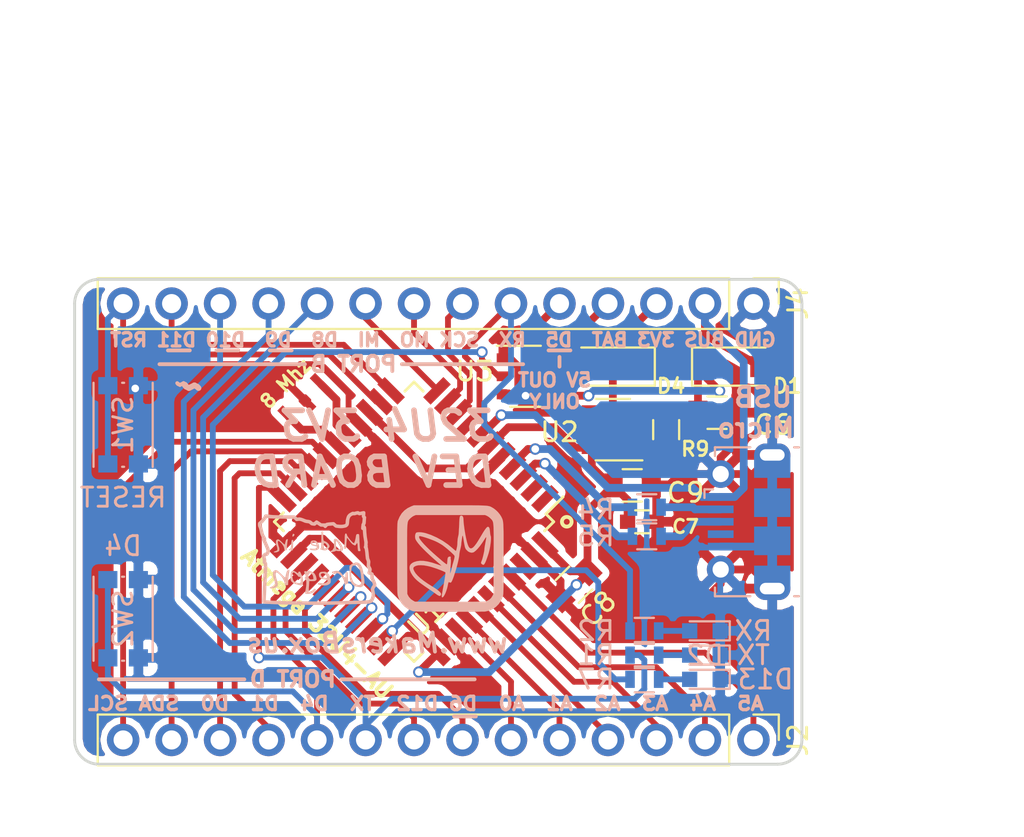
<source format=kicad_pcb>
(kicad_pcb (version 4) (host pcbnew 4.0.7)
  (layers (0 F.Cu signal) (31 B.Cu signal) (34 B.Paste user) (35 F.Paste user) (36 B.SilkS user hide) (37 F.SilkS user) (38 B.Mask user) (39 F.Mask user) (44 Edge.Cuts user))
  (net 0 "")
  (net 1 GND)
  (net 2 +3V3)
  (net 3 /AREF)
  (net 4 VBUS)
  (net 5 "Net-(D2-Pad2)")
  (net 6 +BATT)
  (net 7 /D4)
  (net 8 /D6)
  (net 9 /D8)
  (net 10 /D13)
  (net 11 /D12)
  (net 12 /D11)
  (net 13 /D10)
  (net 14 /D9)
  (net 15 /D7)
  (net 16 /SCL)
  (net 17 /SDA)
  (net 18 /D1)
  (net 19 /D0)
  (net 20 /A0)
  (net 21 /A1)
  (net 22 /A2)
  (net 23 /A3)
  (net 24 /A4)
  (net 25 /A5)
  (net 26 /SCK)
  (net 27 /MOSI)
  (net 28 /MISO)
  (net 29 "Net-(R4-Pad1)")
  (net 30 "Net-(R4-Pad2)")
  (net 31 "Net-(R5-Pad1)")
  (net 32 "Net-(R5-Pad2)")
  (net 33 "Net-(R9-Pad1)")
  (net 34 "Net-(U1-Pad2)")
  (net 35 "Net-(U1-Pad16)")
  (net 36 "Net-(U1-Pad17)")
  (net 37 /D5)
  (net 38 "Net-(U2-Pad4)")
  (net 39 "Net-(X3-Pad4)")
  (net 40 /RXLED)
  (net 41 /TXLED)
  (net 42 "Net-(D3-Pad2)")
  (net 43 "Net-(D5-Pad2)")
  (net 44 /VHI)
  (net 45 /D5_5V)
  (net 46 /~RESET)
  (module footprints:Resonator_SMD_CTSC_1.3mmx3.2mm (layer F.Cu) (at 141.605 91.44 45)
    (fp_text reference Y1 hide)
    (fp_text value "8 Mhz" (at -0.089803 -1.347038 45) (layer F.SilkS) (effects (font (size 0.7 0.7))))
    (pad 1 smd rect (at -1.2 0 45) (size 0.4 1.3) (layers F.Cu F.Paste F.Mask) (net 36 "Net-(U1-Pad17)"))
    (pad 2 smd rect (at 0 0 45) (size 0.4 1.3) (layers F.Cu F.Paste F.Mask) (net 1 GND))
    (pad 3 smd rect (at 1.2 0 45) (size 0.4 1.3) (layers F.Cu F.Paste F.Mask) (net 35 "Net-(U1-Pad16)"))
  )
  (module Housings_SSOP:TSOP-5_1.65x3.05mm_Pitch0.95mm (layer F.Cu) (at 153.162 90.17)
    (fp_text reference U3 (at -2.667 -0.254) (layer F.SilkS))
    (fp_text value 74HCT1G125)
    (pad 1 smd rect (at -1.16 -0.95) (size 0.7 0.51) (layers F.Cu F.Paste F.Mask) (net 1 GND))
    (pad 2 smd rect (at -1.16 0) (size 0.7 0.51) (layers F.Cu F.Paste F.Mask) (net 37 /D5))
    (pad 3 smd rect (at -1.16 0.95) (size 0.7 0.51) (layers F.Cu F.Paste F.Mask) (net 1 GND))
    (pad 4 smd rect (at 1.16 0.95) (size 0.7 0.51) (layers F.Cu F.Paste F.Mask) (net 45 /D5_5V))
    (pad 5 smd rect (at 1.16 -0.95) (size 0.7 0.51) (layers F.Cu F.Paste F.Mask) (net 44 /VHI))
  )
  (module Capacitors_SMD:C_0805 (layer F.Cu) (at 163.195 92.075)
    (fp_text reference C6 (at 2.921 0.635) (layer F.SilkS))
    (fp_text value 10uF)
    (pad 1 smd rect (at -1 0) (size 1 1.25) (layers F.Cu F.Paste F.Mask) (net 44 /VHI))
    (pad 2 smd rect (at 1 0) (size 1 1.25) (layers F.Cu F.Paste F.Mask) (net 1 GND))
  )
  (module Capacitors_SMD:C_0603 (layer F.Cu) (at 159.258 97.79)
    (fp_text reference C7 (at 2.286 0.254) (layer F.SilkS) (effects (font (size 0.7 0.7))))
    (fp_text value 1uF)
    (pad 2 smd rect (at 0.75 0) (size 0.8 0.75) (layers F.Cu F.Paste F.Mask) (net 1 GND))
    (pad 1 smd rect (at -0.75 0) (size 0.8 0.75) (layers F.Cu F.Paste F.Mask) (net 2 +3V3))
  )
  (module Capacitors_SMD:C_0805 (layer F.Cu) (at 155.702 101.092 225)
    (fp_text reference C8 (at 0 -1.796051 225) (layer F.SilkS))
    (fp_text value 10uF)
    (pad 1 smd rect (at -1 0 225) (size 1 1.25) (layers F.Cu F.Paste F.Mask) (net 2 +3V3))
    (pad 2 smd rect (at 1 0 225) (size 1 1.25) (layers F.Cu F.Paste F.Mask) (net 1 GND))
  )
  (module Capacitors_SMD:C_0805 (layer F.Cu) (at 158.75 95.885)
    (fp_text reference C9 (at 2.794 0.381) (layer F.SilkS))
    (fp_text value 10uF)
    (pad 1 smd rect (at -1 0) (size 1 1.25) (layers F.Cu F.Paste F.Mask) (net 2 +3V3))
    (pad 2 smd rect (at 1 0) (size 1 1.25) (layers F.Cu F.Paste F.Mask) (net 1 GND))
  )
  (module Diodes_SMD:D_SOD-123F (layer F.Cu) (at 164.084 89.662)
    (fp_text reference D1 (at 2.794 1.016) (layer F.SilkS) (effects (font (size 0.75 0.75))))
    (fp_text value MBR120)
    (pad 1 smd rect (at -1.4 0) (size 1.1 1.1) (layers F.Cu F.Paste F.Mask) (net 44 /VHI))
    (pad 2 smd rect (at 1.4 0) (size 1.1 1.1) (layers F.Cu F.Paste F.Mask) (net 4 VBUS))
  )
  (module LEDs:LED_0603 (layer B.Cu) (at 162.56 106.045 180)
    (fp_text reference D2 (at 0 1.25 180) (layer B.SilkS) (effects (justify mirror)))
    (fp_text value D13 (at -3.175 0 180) (layer B.SilkS) (effects (justify mirror)))
    (pad 2 smd rect (at 0.8 0) (size 0.8 0.8) (layers B.Cu B.Paste B.Mask) (net 5 "Net-(D2-Pad2)"))
    (pad 1 smd rect (at -0.8 0) (size 0.8 0.8) (layers B.Cu B.Paste B.Mask) (net 1 GND))
  )
  (module Diodes_SMD:D_SOD-123F (layer F.Cu) (at 157.734 89.662 180)
    (fp_text reference D4 (at -3.048 -1.016 180) (layer F.SilkS) (effects (font (size 0.75 0.75))))
    (fp_text value MBR120)
    (pad 1 smd rect (at -1.4 0 180) (size 1.1 1.1) (layers F.Cu F.Paste F.Mask) (net 44 /VHI))
    (pad 2 smd rect (at 1.4 0 180) (size 1.1 1.1) (layers F.Cu F.Paste F.Mask) (net 6 +BATT))
  )
  (module Pin_Headers:Pin_Header_Straight_1x14_Pitch2.54mm (layer F.Cu) (at 165.1 109.22 270)
    (fp_text reference J2 (at 0 -2.33 270) (layer F.SilkS))
    (fp_text value Conn_01x14)
    (pad 1 thru_hole circle (at 0 0 270) (size 1.7 1.7) (drill 1) (layers *.Cu *.Mask) (net 25 /A5))
    (pad 2 thru_hole oval (at 0 2.54 270) (size 1.7 1.7) (drill 1) (layers *.Cu *.Mask) (net 24 /A4))
    (pad 3 thru_hole oval (at 0 5.08 270) (size 1.7 1.7) (drill 1) (layers *.Cu *.Mask) (net 23 /A3))
    (pad 4 thru_hole oval (at 0 7.62 270) (size 1.7 1.7) (drill 1) (layers *.Cu *.Mask) (net 22 /A2))
    (pad 5 thru_hole oval (at 0 10.16 270) (size 1.7 1.7) (drill 1) (layers *.Cu *.Mask) (net 21 /A1))
    (pad 6 thru_hole oval (at 0 12.7 270) (size 1.7 1.7) (drill 1) (layers *.Cu *.Mask) (net 20 /A0))
    (pad 7 thru_hole oval (at 0 15.24 270) (size 1.7 1.7) (drill 1) (layers *.Cu *.Mask) (net 8 /D6))
    (pad 8 thru_hole oval (at 0 17.78 270) (size 1.7 1.7) (drill 1) (layers *.Cu *.Mask) (net 11 /D12))
    (pad 9 thru_hole oval (at 0 20.32 270) (size 1.7 1.7) (drill 1) (layers *.Cu *.Mask) (net 41 /TXLED))
    (pad 10 thru_hole oval (at 0 22.86 270) (size 1.7 1.7) (drill 1) (layers *.Cu *.Mask) (net 7 /D4))
    (pad 11 thru_hole oval (at 0 25.4 270) (size 1.7 1.7) (drill 1) (layers *.Cu *.Mask) (net 18 /D1))
    (pad 12 thru_hole oval (at 0 27.94 270) (size 1.7 1.7) (drill 1) (layers *.Cu *.Mask) (net 19 /D0))
    (pad 13 thru_hole oval (at 0 30.48 270) (size 1.7 1.7) (drill 1) (layers *.Cu *.Mask) (net 17 /SDA))
    (pad 14 thru_hole oval (at 0 33.02 270) (size 1.7 1.7) (drill 1) (layers *.Cu *.Mask) (net 16 /SCL))
  )
  (module Pin_Headers:Pin_Header_Straight_1x14_Pitch2.54mm (layer F.Cu) (at 165.1 86.36 270)
    (fp_text reference J4 (at 0 -2.33 270) (layer F.SilkS))
    (fp_text value Conn_01x14)
    (pad 1 thru_hole circle (at 0 0 270) (size 1.7 1.7) (drill 1) (layers *.Cu *.Mask) (net 1 GND))
    (pad 2 thru_hole oval (at 0 2.54 270) (size 1.7 1.7) (drill 1) (layers *.Cu *.Mask) (net 4 VBUS))
    (pad 3 thru_hole oval (at 0 5.08 270) (size 1.7 1.7) (drill 1) (layers *.Cu *.Mask) (net 2 +3V3))
    (pad 4 thru_hole oval (at 0 7.62 270) (size 1.7 1.7) (drill 1) (layers *.Cu *.Mask) (net 6 +BATT))
    (pad 5 thru_hole oval (at 0 10.16 270) (size 1.7 1.7) (drill 1) (layers *.Cu *.Mask) (net 45 /D5_5V))
    (pad 6 thru_hole oval (at 0 12.7 270) (size 1.7 1.7) (drill 1) (layers *.Cu *.Mask) (net 40 /RXLED))
    (pad 7 thru_hole oval (at 0 15.24 270) (size 1.7 1.7) (drill 1) (layers *.Cu *.Mask) (net 26 /SCK))
    (pad 8 thru_hole oval (at 0 17.78 270) (size 1.7 1.7) (drill 1) (layers *.Cu *.Mask) (net 27 /MOSI))
    (pad 9 thru_hole oval (at 0 20.32 270) (size 1.7 1.7) (drill 1) (layers *.Cu *.Mask) (net 28 /MISO))
    (pad 10 thru_hole oval (at 0 22.86 270) (size 1.7 1.7) (drill 1) (layers *.Cu *.Mask) (net 9 /D8))
    (pad 11 thru_hole oval (at 0 25.4 270) (size 1.7 1.7) (drill 1) (layers *.Cu *.Mask) (net 14 /D9))
    (pad 12 thru_hole oval (at 0 27.94 270) (size 1.7 1.7) (drill 1) (layers *.Cu *.Mask) (net 13 /D10))
    (pad 13 thru_hole oval (at 0 30.48 270) (size 1.7 1.7) (drill 1) (layers *.Cu *.Mask) (net 12 /D11))
    (pad 14 thru_hole oval (at 0 33.02 270) (size 1.7 1.7) (drill 1) (layers *.Cu *.Mask) (net 46 /~RESET))
  )
  (module Resistors_SMD:R_0603 (layer B.Cu) (at 159.512 97.028)
    (fp_text reference R4 (at -2.667 0.127) (layer B.SilkS) (effects (justify mirror)))
    (fp_text value 22)
    (pad 1 smd rect (at -0.75 0) (size 0.5 0.9) (layers B.Cu B.Paste B.Mask) (net 29 "Net-(R4-Pad1)"))
    (pad 2 smd rect (at 0.75 0) (size 0.5 0.9) (layers B.Cu B.Paste B.Mask) (net 30 "Net-(R4-Pad2)"))
  )
  (module Resistors_SMD:R_0603 (layer B.Cu) (at 159.512 98.552)
    (fp_text reference R5 (at -2.667 0) (layer B.SilkS) (effects (justify mirror)))
    (fp_text value 22)
    (pad 1 smd rect (at -0.75 0) (size 0.5 0.9) (layers B.Cu B.Paste B.Mask) (net 31 "Net-(R5-Pad1)"))
    (pad 2 smd rect (at 0.75 0) (size 0.5 0.9) (layers B.Cu B.Paste B.Mask) (net 32 "Net-(R5-Pad2)"))
  )
  (module Resistors_SMD:R_0603 (layer B.Cu) (at 159.385 106.045 180)
    (fp_text reference R7 (at 2.54 0 180) (layer B.SilkS) (effects (justify mirror)))
    (fp_text value 180)
    (pad 1 smd rect (at -0.75 0 180) (size 0.5 0.9) (layers B.Cu B.Paste B.Mask) (net 5 "Net-(D2-Pad2)"))
    (pad 2 smd rect (at 0.75 0 180) (size 0.5 0.9) (layers B.Cu B.Paste B.Mask) (net 10 /D13))
  )
  (module Resistors_SMD:R_0603 (layer F.Cu) (at 160.528 92.964 270)
    (fp_text reference R9 (at 1.016 -1.524 360) (layer F.SilkS) (effects (font (size 0.75 0.75))))
    (fp_text value 100K)
    (pad 1 smd rect (at -0.75 0 270) (size 0.5 0.9) (layers F.Cu F.Paste F.Mask) (net 33 "Net-(R9-Pad1)"))
    (pad 2 smd rect (at 0.75 0 270) (size 0.5 0.9) (layers F.Cu F.Paste F.Mask) (net 44 /VHI))
  )
  (module Buttons_Switches_SMD:SW_SPST_KMR2 (layer B.Cu) (at 132.08 92.71 90)
    (fp_text reference SW1 (at 0 0 90) (layer B.SilkS) (effects (justify mirror)))
    (fp_text value RESET (at -3.81 0 180) (layer B.SilkS) (effects (justify mirror)))
    (pad 1 smd rect (at -2.05 0.8 90) (size 0.9 1) (layers B.Cu B.Paste B.Mask) (net 1 GND))
    (pad 2 smd rect (at -2.05 -0.8 90) (size 0.9 1) (layers B.Cu B.Paste B.Mask) (net 46 /~RESET))
    (pad 1 smd rect (at 2.05 0.8 90) (size 0.9 1) (layers B.Cu B.Paste B.Mask) (net 1 GND))
    (pad 2 smd rect (at 2.05 -0.8 90) (size 0.9 1) (layers B.Cu B.Paste B.Mask) (net 46 /~RESET))
  )
  (module Housings_QFP:TQFP-44_10x10mm_Pitch0.8mm (layer F.Cu) (at 147.32 97.79 225)
    (fp_text reference U1 (at 3.14309 -4.041115 225) (layer F.SilkS))
    (fp_text value ATMEGA32U4-AU)
    (pad 1 smd rect (at -5.7 -4 225) (size 1.5 0.55) (layers F.Cu F.Paste F.Mask) (net 15 /D7))
    (pad 2 smd rect (at -5.7 -3.2 225) (size 1.5 0.55) (layers F.Cu F.Paste F.Mask) (net 34 "Net-(U1-Pad2)"))
    (pad 3 smd rect (at -5.7 -2.4 225) (size 1.5 0.55) (layers F.Cu F.Paste F.Mask) (net 31 "Net-(R5-Pad1)"))
    (pad 4 smd rect (at -5.7 -1.6 225) (size 1.5 0.55) (layers F.Cu F.Paste F.Mask) (net 29 "Net-(R4-Pad1)"))
    (pad 5 smd rect (at -5.7 -0.8 225) (size 1.5 0.55) (layers F.Cu F.Paste F.Mask) (net 1 GND))
    (pad 6 smd rect (at -5.7 0 225) (size 1.5 0.55) (layers F.Cu F.Paste F.Mask) (net 2 +3V3))
    (pad 7 smd rect (at -5.7 0.8 225) (size 1.5 0.55) (layers F.Cu F.Paste F.Mask) (net 4 VBUS))
    (pad 8 smd rect (at -5.7 1.6 225) (size 1.5 0.55) (layers F.Cu F.Paste F.Mask) (net 40 /RXLED))
    (pad 9 smd rect (at -5.7 2.4 225) (size 1.5 0.55) (layers F.Cu F.Paste F.Mask) (net 26 /SCK))
    (pad 10 smd rect (at -5.7 3.2 225) (size 1.5 0.55) (layers F.Cu F.Paste F.Mask) (net 27 /MOSI))
    (pad 11 smd rect (at -5.7 4 225) (size 1.5 0.55) (layers F.Cu F.Paste F.Mask) (net 28 /MISO))
    (pad 12 smd rect (at -4 5.7 315) (size 1.5 0.55) (layers F.Cu F.Paste F.Mask) (net 12 /D11))
    (pad 13 smd rect (at -3.2 5.7 315) (size 1.5 0.55) (layers F.Cu F.Paste F.Mask) (net 46 /~RESET))
    (pad 14 smd rect (at -2.4 5.7 315) (size 1.5 0.55) (layers F.Cu F.Paste F.Mask) (net 2 +3V3))
    (pad 15 smd rect (at -1.6 5.7 315) (size 1.5 0.55) (layers F.Cu F.Paste F.Mask) (net 1 GND))
    (pad 16 smd rect (at -0.8 5.7 315) (size 1.5 0.55) (layers F.Cu F.Paste F.Mask) (net 35 "Net-(U1-Pad16)"))
    (pad 17 smd rect (at 0 5.7 315) (size 1.5 0.55) (layers F.Cu F.Paste F.Mask) (net 36 "Net-(U1-Pad17)"))
    (pad 18 smd rect (at 0.8 5.7 315) (size 1.5 0.55) (layers F.Cu F.Paste F.Mask) (net 16 /SCL))
    (pad 19 smd rect (at 1.6 5.7 315) (size 1.5 0.55) (layers F.Cu F.Paste F.Mask) (net 17 /SDA))
    (pad 20 smd rect (at 2.4 5.7 315) (size 1.5 0.55) (layers F.Cu F.Paste F.Mask) (net 19 /D0))
    (pad 21 smd rect (at 3.2 5.7 315) (size 1.5 0.55) (layers F.Cu F.Paste F.Mask) (net 18 /D1))
    (pad 22 smd rect (at 4 5.7 315) (size 1.5 0.55) (layers F.Cu F.Paste F.Mask) (net 41 /TXLED))
    (pad 23 smd rect (at 5.7 4 225) (size 1.5 0.55) (layers F.Cu F.Paste F.Mask) (net 1 GND))
    (pad 24 smd rect (at 5.7 3.2 225) (size 1.5 0.55) (layers F.Cu F.Paste F.Mask) (net 2 +3V3))
    (pad 25 smd rect (at 5.7 2.4 225) (size 1.5 0.55) (layers F.Cu F.Paste F.Mask) (net 7 /D4))
    (pad 26 smd rect (at 5.7 1.6 225) (size 1.5 0.55) (layers F.Cu F.Paste F.Mask) (net 11 /D12))
    (pad 27 smd rect (at 5.7 0.8 225) (size 1.5 0.55) (layers F.Cu F.Paste F.Mask) (net 8 /D6))
    (pad 28 smd rect (at 5.7 0 225) (size 1.5 0.55) (layers F.Cu F.Paste F.Mask) (net 9 /D8))
    (pad 29 smd rect (at 5.7 -0.8 225) (size 1.5 0.55) (layers F.Cu F.Paste F.Mask) (net 14 /D9))
    (pad 30 smd rect (at 5.7 -1.6 225) (size 1.5 0.55) (layers F.Cu F.Paste F.Mask) (net 13 /D10))
    (pad 31 smd rect (at 5.7 -2.4 225) (size 1.5 0.55) (layers F.Cu F.Paste F.Mask) (net 37 /D5))
    (pad 32 smd rect (at 5.7 -3.2 225) (size 1.5 0.55) (layers F.Cu F.Paste F.Mask) (net 10 /D13))
    (pad 33 smd rect (at 5.7 -4 225) (size 1.5 0.55) (layers F.Cu F.Paste F.Mask) (net 2 +3V3))
    (pad 34 smd rect (at 4 -5.7 315) (size 1.5 0.55) (layers F.Cu F.Paste F.Mask) (net 2 +3V3))
    (pad 35 smd rect (at 3.2 -5.7 315) (size 1.5 0.55) (layers F.Cu F.Paste F.Mask) (net 1 GND))
    (pad 36 smd rect (at 2.4 -5.7 315) (size 1.5 0.55) (layers F.Cu F.Paste F.Mask) (net 20 /A0))
    (pad 37 smd rect (at 1.6 -5.7 315) (size 1.5 0.55) (layers F.Cu F.Paste F.Mask) (net 21 /A1))
    (pad 38 smd rect (at 0.8 -5.7 315) (size 1.5 0.55) (layers F.Cu F.Paste F.Mask) (net 22 /A2))
    (pad 39 smd rect (at 0 -5.7 315) (size 1.5 0.55) (layers F.Cu F.Paste F.Mask) (net 23 /A3))
    (pad 40 smd rect (at -0.8 -5.7 315) (size 1.5 0.55) (layers F.Cu F.Paste F.Mask) (net 24 /A4))
    (pad 41 smd rect (at -1.6 -5.7 315) (size 1.5 0.55) (layers F.Cu F.Paste F.Mask) (net 25 /A5))
    (pad 42 smd rect (at -2.4 -5.7 315) (size 1.5 0.55) (layers F.Cu F.Paste F.Mask) (net 3 /AREF))
    (pad 43 smd rect (at -3.2 -5.7 315) (size 1.5 0.55) (layers F.Cu F.Paste F.Mask) (net 1 GND))
    (pad 44 smd rect (at -4 -5.7 315) (size 1.5 0.55) (layers F.Cu F.Paste F.Mask) (net 2 +3V3))
  )
  (module TO_SOT_Packages_SMD:SOT-23-5 (layer F.Cu) (at 157.734 92.964 180)
    (fp_text reference U2 (at 2.794 -0.127 180) (layer F.SilkS))
    (fp_text value MIC5225-3.3)
    (pad 1 smd rect (at -1.1 -0.95 180) (size 1.06 0.65) (layers F.Cu F.Paste F.Mask) (net 44 /VHI))
    (pad 2 smd rect (at -1.1 0 180) (size 1.06 0.65) (layers F.Cu F.Paste F.Mask) (net 1 GND))
    (pad 3 smd rect (at -1.1 0.95 180) (size 1.06 0.65) (layers F.Cu F.Paste F.Mask) (net 33 "Net-(R9-Pad1)"))
    (pad 4 smd rect (at 1.1 0.95 180) (size 1.06 0.65) (layers F.Cu F.Paste F.Mask) (net 38 "Net-(U2-Pad4)"))
    (pad 5 smd rect (at 1.1 -0.95 180) (size 1.06 0.65) (layers F.Cu F.Paste F.Mask) (net 2 +3V3))
  )
  (module Connectors_USB:USB_Micro-B_Molex-105017-0001 (layer B.Cu) (at 165.735 97.79 270)
    (fp_text reference X3 hide)
    (fp_text value USB_OTG)
    (pad 6 smd rect (at 1 -0.35 270) (size 1.5 1.9) (layers B.Cu B.Paste B.Mask) (net 1 GND))
    (pad 6 thru_hole circle (at -2.5 2.35 270) (size 1.45 1.45) (drill 0.85) (layers *.Cu *.Mask) (net 1 GND))
    (pad 2 smd rect (at -0.65 2.35 270) (size 0.4 1.35) (layers B.Cu B.Paste B.Mask) (net 30 "Net-(R4-Pad2)"))
    (pad 1 smd rect (at -1.3 2.35 270) (size 0.4 1.35) (layers B.Cu B.Paste B.Mask) (net 4 VBUS))
    (pad 5 smd rect (at 1.3 2.35 270) (size 0.4 1.35) (layers B.Cu B.Paste B.Mask) (net 1 GND))
    (pad 4 smd rect (at 0.65 2.35 270) (size 0.4 1.35) (layers B.Cu B.Paste B.Mask) (net 39 "Net-(X3-Pad4)"))
    (pad 3 smd rect (at 0 2.35 270) (size 0.4 1.35) (layers B.Cu B.Paste B.Mask) (net 32 "Net-(R5-Pad2)"))
    (pad 6 thru_hole circle (at 2.5 2.35 270) (size 1.45 1.45) (drill 0.85) (layers *.Cu *.Mask) (net 1 GND))
    (pad 6 smd rect (at -1 -0.35 270) (size 1.5 1.9) (layers B.Cu B.Paste B.Mask) (net 1 GND))
    (pad 6 thru_hole oval (at -3.5 -0.35 90) (size 1.2 1.9) (drill oval 0.6 1.3) (layers *.Cu *.Mask) (net 1 GND))
    (pad 6 thru_hole oval (at 3.5 -0.35 270) (size 1.2 1.9) (drill oval 0.6 1.3) (layers *.Cu *.Mask) (net 1 GND))
    (pad 6 smd rect (at 2.9 -0.35 270) (size 1.2 1.9) (layers B.Cu B.Mask) (net 1 GND))
    (pad 6 smd rect (at -2.9 -0.35 270) (size 1.2 1.9) (layers B.Cu B.Mask) (net 1 GND))
  )
  (module LEDs:LED_0603 (layer B.Cu) (at 162.56 104.775 180)
    (fp_text reference D3 hide)
    (fp_text value TX (at -2.54 0 180) (layer B.SilkS) (effects (justify mirror)))
    (pad 2 smd rect (at 0.8 0) (size 0.8 0.8) (layers B.Cu B.Paste B.Mask) (net 42 "Net-(D3-Pad2)"))
    (pad 1 smd rect (at -0.8 0) (size 0.8 0.8) (layers B.Cu B.Paste B.Mask) (net 1 GND))
  )
  (module LEDs:LED_0603 (layer B.Cu) (at 162.56 103.505 180)
    (fp_text reference D5 hide)
    (fp_text value RX (at -2.54 0 180) (layer B.SilkS) (effects (justify mirror)))
    (pad 2 smd rect (at 0.8 0) (size 0.8 0.8) (layers B.Cu B.Paste B.Mask) (net 43 "Net-(D5-Pad2)"))
    (pad 1 smd rect (at -0.8 0) (size 0.8 0.8) (layers B.Cu B.Paste B.Mask) (net 1 GND))
  )
  (module Resistors_SMD:R_0603 (layer B.Cu) (at 159.385 104.775 180)
    (fp_text reference R1 (at 2.54 0 180) (layer B.SilkS) (effects (justify mirror)))
    (fp_text value 180)
    (pad 1 smd rect (at -0.75 0 180) (size 0.5 0.9) (layers B.Cu B.Paste B.Mask) (net 42 "Net-(D3-Pad2)"))
    (pad 2 smd rect (at 0.75 0 180) (size 0.5 0.9) (layers B.Cu B.Paste B.Mask) (net 41 /TXLED))
  )
  (module Resistors_SMD:R_0603 (layer B.Cu) (at 159.385 103.505 180)
    (fp_text reference R2 (at 2.54 0 180) (layer B.SilkS) (effects (justify mirror)))
    (fp_text value 180)
    (pad 1 smd rect (at -0.75 0 180) (size 0.5 0.9) (layers B.Cu B.Paste B.Mask) (net 43 "Net-(D5-Pad2)"))
    (pad 2 smd rect (at 0.75 0 180) (size 0.5 0.9) (layers B.Cu B.Paste B.Mask) (net 40 /RXLED))
  )
  (module Buttons_Switches_SMD:SW_SPST_KMR2 (layer B.Cu) (at 132.08 102.87 270)
    (fp_text reference SW2 (at 0 0 270) (layer B.SilkS) (effects (justify mirror)))
    (fp_text value D4 (at -3.81 0 360) (layer B.SilkS) (effects (justify mirror)))
    (pad 1 smd rect (at -2.05 0.8 270) (size 0.9 1) (layers B.Cu B.Paste B.Mask) (net 7 /D4))
    (pad 2 smd rect (at -2.05 -0.8 270) (size 0.9 1) (layers B.Cu B.Paste B.Mask) (net 1 GND))
    (pad 1 smd rect (at 2.05 0.8 270) (size 0.9 1) (layers B.Cu B.Paste B.Mask) (net 7 /D4))
    (pad 2 smd rect (at 2.05 -0.8 270) (size 0.9 1) (layers B.Cu B.Paste B.Mask) (net 1 GND))
  )
  (module myFootPrints:MB225rev (layer F.Cu) (at 149.225 99.695)
    (fp_text reference VAL hide)
    (fp_text value MB225rev hide)
  )
  (module myFootPrints:MadeInOregonRev25 (layer F.Cu) (at 142.24 99.695)
    (fp_text reference VAL hide)
    (fp_text value MadeInOregonRev25 hide)
  )
  (gr_circle (center 155.321 97.79) (end 155.321 97.536) (layer F.SilkS) (width 0.2))
  (gr_text www.MakersBox.us (at 152.4 104.14) (layer B.SilkS) (effects (font (size 1 1) (thickness 0.2) italic) (justify left mirror)))
  (gr_text "USB \nMicro" (at 165.227 92.075) (layer B.SilkS) (effects (font (size 1 1) (thickness 0.2)) (justify mirror)))
  (gr_text "32U4 3V3\nDEV BOARD" (at 151.765 93.98) (layer B.SilkS) (effects (font (size 1.5 1.5) (thickness 0.3) italic) (justify left mirror)))
  (gr_line (start 154.94 89.154) (end 154.94 89.662) (angle 90) (layer B.SilkS) (width 0.2))
  (gr_text "5V OUT\nONLY" (at 154.686 90.932) (layer B.SilkS) (effects (font (size 0.7 0.7) (thickness 0.175)) (justify mirror)))
  (gr_text _ (at 149.987 107.442) (layer B.SilkS) (effects (font (size 1 1.5) (thickness 0.2)) (justify mirror)))
  (gr_text _ (at 154.94 88.265) (layer B.SilkS) (effects (font (size 1 1.5) (thickness 0.2)) (justify mirror)))
  (gr_text _ (at 140.335 88.265) (layer B.SilkS) (effects (font (size 1 1.5) (thickness 0.2)) (justify mirror)))
  (gr_text _ (at 137.541 88.265) (layer B.SilkS) (effects (font (size 1 1.5) (thickness 0.2)) (justify mirror)))
  (gr_text _ (at 135.001 88.265) (layer B.SilkS) (effects (font (size 1 1.5) (thickness 0.2)) (justify mirror)))
  (gr_text ~ (at 135.636 90.678) (layer B.SilkS) (effects (font (size 1.5 1.5) (thickness 0.3)) (justify mirror)))
  (gr_text ~ (at 135.128 90.551) (layer B.SilkS) (effects (font (size 1 1) (thickness 0.2)) (justify mirror)))
  (gr_text "Atmega 32U4-AU" (at 142.24 103.124 315) (layer F.SilkS) (effects (font (size 0.8 0.8) (thickness 0.2))))
  (gr_line (start 143.51 106.045) (end 150.495 106.045) (angle 90) (layer B.SilkS) (width 0.2))
  (gr_line (start 138.43 106.045) (end 130.81 106.045) (angle 90) (layer B.SilkS) (width 0.2))
  (gr_text "PORT D" (at 140.97 106.045) (layer B.SilkS) (effects (font (size 0.8 0.8) (thickness 0.2)) (justify mirror)))
  (gr_line (start 141.605 89.535) (end 133.985 89.535) (angle 90) (layer B.SilkS) (width 0.2))
  (gr_line (start 146.685 89.535) (end 153.035 89.535) (angle 90) (layer B.SilkS) (width 0.2))
  (gr_text "PORT B" (at 144.145 89.535) (layer B.SilkS) (effects (font (size 0.8 0.8) (thickness 0.2)) (justify mirror)))
  (gr_text "A5  A4  A3  A2  A1  A0  D6 D12  TX  D4  D1  D0  SDA SCL" (at 165.735 107.315) (layer B.SilkS) (effects (font (size 0.7 0.75) (thickness 0.175)) (justify left mirror)))
  (gr_text "GND BUS 3V3 BAT  D5  RX  SCK MO  MI  D8  D9  D10 D11 RST" (at 166.37 88.265) (layer B.SilkS) (effects (font (size 0.7 0.7) (thickness 0.175)) (justify left mirror)))
  (gr_line (start 166.37 85.09) (end 130.81 85.09) (angle 90) (layer Edge.Cuts) (width 0.15))
  (gr_line (start 167.64 109.22) (end 167.64 86.36) (angle 90) (layer Edge.Cuts) (width 0.15))
  (gr_line (start 130.81 110.49) (end 166.37 110.49) (angle 90) (layer Edge.Cuts) (width 0.15))
  (gr_line (start 129.54 86.36) (end 129.54 109.22) (angle 90) (layer Edge.Cuts) (width 0.15))
  (gr_arc (start 130.81 109.22) (end 130.81 110.49) (angle 90) (layer Edge.Cuts) (width 0.15))
  (gr_arc (start 130.81 86.36) (end 129.54 86.36) (angle 90) (layer Edge.Cuts) (width 0.15))
  (gr_arc (start 166.37 86.36) (end 166.37 85.09) (angle 90) (layer Edge.Cuts) (width 0.15))
  (gr_arc (start 166.37 109.22) (end 167.64 109.22) (angle 90) (layer Edge.Cuts) (width 0.15))
  (segment (start 152.781 89.662) (end 152.781 90.805) (width 0.4064) (layer F.Cu) (net 1))
  (segment (start 152.781 89.662) (end 152.339 89.22) (width 0.4064) (layer F.Cu) (net 1))
  (segment (start 152.781 90.805) (end 153.162 91.186) (width 0.4064) (layer F.Cu) (net 1))
  (segment (start 152.002 89.22) (end 152.339 89.22) (width 0.4064) (layer F.Cu) (net 1))
  (segment (start 141.605 91.44) (end 139.7 89.535) (width 0.3048) (layer F.Cu) (net 1))
  (segment (start 132.715 90.805) (end 132.86 90.66) (width 0.3048) (layer B.Cu) (net 1))
  (via (at 132.715 90.805) (size 0.6) (drill 0.4) (layers F.Cu B.Cu) (net 1))
  (segment (start 133.985 89.535) (end 132.715 90.805) (width 0.3048) (layer F.Cu) (net 1))
  (segment (start 139.7 89.535) (end 133.985 89.535) (width 0.3048) (layer F.Cu) (net 1))
  (segment (start 132.86 90.66) (end 132.88 90.66) (width 0.3048) (layer B.Cu) (net 1))
  (segment (start 132.88 94.76) (end 132.88 90.66) (width 0.3048) (layer B.Cu) (net 1))
  (segment (start 132.88 100.82) (end 132.88 94.76) (width 0.3048) (layer B.Cu) (net 1))
  (segment (start 132.88 104.92) (end 132.88 100.82) (width 0.3048) (layer B.Cu) (net 1))
  (segment (start 164.195 92.075) (end 165.989 92.075) (width 0.4064) (layer F.Cu) (net 1))
  (segment (start 166.624 87.884) (end 165.1 86.36) (width 0.4064) (layer F.Cu) (net 1))
  (segment (start 166.624 91.44) (end 166.624 87.884) (width 0.4064) (layer F.Cu) (net 1))
  (segment (start 165.989 92.075) (end 166.624 91.44) (width 0.4064) (layer F.Cu) (net 1))
  (segment (start 140.461064 98.992082) (end 140.461064 98.933936) (width 0.3048) (layer F.Cu) (net 1))
  (segment (start 163.36 103.505) (end 163.36 100.315) (width 0.3048) (layer B.Cu) (net 1))
  (segment (start 163.36 100.315) (end 163.385 100.29) (width 0.3048) (layer B.Cu) (net 1))
  (segment (start 163.36 104.775) (end 163.36 103.505) (width 0.3048) (layer B.Cu) (net 1))
  (segment (start 163.36 106.045) (end 163.36 104.775) (width 0.3048) (layer B.Cu) (net 1))
  (segment (start 144.420862 92.62812) (end 144.420862 92.604862) (width 0.3048) (layer F.Cu) (net 1))
  (segment (start 144.420862 92.604862) (end 143.891 92.075) (width 0.3048) (layer F.Cu) (net 1))
  (segment (start 140.97 90.805) (end 141.605 91.44) (width 0.3048) (layer F.Cu) (net 1))
  (segment (start 140.97 89.916) (end 140.97 90.805) (width 0.3048) (layer F.Cu) (net 1))
  (segment (start 141.354198 89.531802) (end 140.97 89.916) (width 0.3048) (layer F.Cu) (net 1))
  (segment (start 142.363802 89.531802) (end 141.354198 89.531802) (width 0.3048) (layer F.Cu) (net 1))
  (segment (start 143.891 91.059) (end 142.363802 89.531802) (width 0.3048) (layer F.Cu) (net 1))
  (segment (start 143.891 92.075) (end 143.891 91.059) (width 0.3048) (layer F.Cu) (net 1))
  (segment (start 152.002 91.12) (end 153.096 91.12) (width 0.4064) (layer F.Cu) (net 1))
  (segment (start 153.096 91.12) (end 153.162 91.186) (width 0.4064) (layer F.Cu) (net 1))
  (segment (start 153.67 91.186) (end 153.162 91.186) (width 0.4064) (layer B.Cu) (net 1))
  (segment (start 163.385 95.29) (end 157.774 95.29) (width 0.4064) (layer B.Cu) (net 1))
  (segment (start 153.67 91.186) (end 157.774 95.29) (width 0.4064) (layer B.Cu) (net 1))
  (via (at 153.162 91.186) (size 0.6) (drill 0.4) (layers F.Cu B.Cu) (net 1))
  (segment (start 149.087767 104.08325) (end 149.04125 104.08325) (width 0.4064) (layer F.Cu) (net 1))
  (segment (start 149.04125 104.08325) (end 146.05 101.092) (width 0.4064) (layer F.Cu) (net 1))
  (segment (start 146.05 101.092) (end 146.05 96.266) (width 0.4064) (layer F.Cu) (net 1))
  (segment (start 153.61325 99.557767) (end 153.61325 99.51125) (width 0.4064) (layer F.Cu) (net 1))
  (segment (start 153.61325 99.51125) (end 150.368 96.266) (width 0.4064) (layer F.Cu) (net 1))
  (segment (start 150.368 96.266) (end 149.606 96.266) (width 0.4064) (layer F.Cu) (net 1))
  (segment (start 151.916194 94.325177) (end 151.916194 94.463806) (width 0.4064) (layer F.Cu) (net 1))
  (segment (start 151.916194 94.463806) (end 150.114 96.266) (width 0.4064) (layer F.Cu) (net 1))
  (segment (start 150.114 96.266) (end 149.606 96.266) (width 0.4064) (layer F.Cu) (net 1))
  (segment (start 149.606 96.266) (end 146.05 96.266) (width 0.4064) (layer F.Cu) (net 1))
  (segment (start 140.461064 98.992082) (end 140.529918 98.992082) (width 0.4064) (layer F.Cu) (net 1))
  (segment (start 140.529918 98.992082) (end 141.478 98.044) (width 0.4064) (layer F.Cu) (net 1))
  (segment (start 141.478 98.044) (end 144.272 98.044) (width 0.4064) (layer F.Cu) (net 1))
  (segment (start 144.272 98.044) (end 146.05 96.266) (width 0.4064) (layer F.Cu) (net 1))
  (segment (start 146.05 96.266) (end 146.05 94.257258) (width 0.4064) (layer F.Cu) (net 1))
  (segment (start 146.05 94.257258) (end 144.420862 92.62812) (width 0.4064) (layer F.Cu) (net 1))
  (segment (start 153.61325 99.557767) (end 153.659767 99.557767) (width 0.4064) (layer F.Cu) (net 1))
  (segment (start 153.659767 99.557767) (end 154.994893 100.892893) (width 0.4064) (layer F.Cu) (net 1))
  (segment (start 154.994893 100.892893) (end 154.994893 101.799107) (width 0.4064) (layer F.Cu) (net 1))
  (segment (start 154.994893 101.799107) (end 154.994893 101.908893) (width 0.4064) (layer F.Cu) (net 1))
  (segment (start 154.994893 101.908893) (end 156.21 103.124) (width 0.4064) (layer F.Cu) (net 1))
  (segment (start 163.385 101.029) (end 163.385 100.29) (width 0.4064) (layer F.Cu) (net 1))
  (segment (start 161.29 103.124) (end 163.385 101.029) (width 0.4064) (layer F.Cu) (net 1))
  (segment (start 156.21 103.124) (end 161.29 103.124) (width 0.4064) (layer F.Cu) (net 1))
  (segment (start 159.75 95.885) (end 159.75 95.742) (width 0.4064) (layer F.Cu) (net 1))
  (segment (start 159.75 95.742) (end 158.75 94.742) (width 0.4064) (layer F.Cu) (net 1))
  (segment (start 157.988 92.964) (end 158.834 92.964) (width 0.4064) (layer F.Cu) (net 1))
  (segment (start 157.734 93.218) (end 157.988 92.964) (width 0.4064) (layer F.Cu) (net 1))
  (segment (start 157.734 94.488) (end 157.734 93.218) (width 0.4064) (layer F.Cu) (net 1))
  (segment (start 157.988 94.742) (end 157.734 94.488) (width 0.4064) (layer F.Cu) (net 1))
  (segment (start 158.75 94.742) (end 157.988 94.742) (width 0.4064) (layer F.Cu) (net 1))
  (segment (start 163.385 95.29) (end 163.385 94.425) (width 0.4064) (layer F.Cu) (net 1))
  (segment (start 164.195 93.615) (end 164.195 92.075) (width 0.4064) (layer F.Cu) (net 1))
  (segment (start 163.385 94.425) (end 164.195 93.615) (width 0.4064) (layer F.Cu) (net 1))
  (segment (start 159.75 95.885) (end 160.655 95.885) (width 0.4064) (layer F.Cu) (net 1))
  (segment (start 161.25 95.29) (end 163.385 95.29) (width 0.4064) (layer F.Cu) (net 1))
  (segment (start 160.655 95.885) (end 161.25 95.29) (width 0.4064) (layer F.Cu) (net 1))
  (segment (start 160.008 97.79) (end 160.008 96.143) (width 0.4064) (layer F.Cu) (net 1))
  (segment (start 160.008 96.143) (end 159.75 95.885) (width 0.4064) (layer F.Cu) (net 1))
  (segment (start 163.385 100.29) (end 165.085 100.29) (width 0.4064) (layer F.Cu) (net 1))
  (segment (start 165.085 100.29) (end 166.085 101.29) (width 0.4064) (layer F.Cu) (net 1))
  (segment (start 163.385 95.29) (end 165.085 95.29) (width 0.4064) (layer F.Cu) (net 1))
  (segment (start 165.085 95.29) (end 166.085 94.29) (width 0.4064) (layer F.Cu) (net 1))
  (segment (start 163.385 99.09) (end 165.785 99.09) (width 0.4064) (layer B.Cu) (net 1))
  (segment (start 165.785 99.09) (end 166.085 98.79) (width 0.4064) (layer B.Cu) (net 1))
  (segment (start 166.085 96.79) (end 166.085 94.29) (width 0.4064) (layer B.Cu) (net 1))
  (segment (start 166.085 98.79) (end 166.085 96.79) (width 0.4064) (layer B.Cu) (net 1))
  (segment (start 166.085 101.29) (end 166.085 98.79) (width 0.4064) (layer B.Cu) (net 1))
  (segment (start 166.37 94.005) (end 166.085 94.29) (width 0.4064) (layer B.Cu) (net 1))
  (segment (start 156.409107 100.384893) (end 156.409107 100.511893) (width 0.4064) (layer F.Cu) (net 2))
  (segment (start 156.409107 100.511893) (end 155.829 101.092) (width 0.4064) (layer F.Cu) (net 2))
  (segment (start 147.574 105.664) (end 148.522082 104.715918) (width 0.4064) (layer F.Cu) (net 2))
  (via (at 147.574 105.664) (size 0.6) (drill 0.4) (layers F.Cu B.Cu) (net 2))
  (segment (start 151.257 105.664) (end 147.574 105.664) (width 0.4064) (layer B.Cu) (net 2))
  (segment (start 155.829 101.092) (end 151.257 105.664) (width 0.4064) (layer B.Cu) (net 2))
  (via (at 155.829 101.092) (size 0.6) (drill 0.4) (layers F.Cu B.Cu) (net 2))
  (segment (start 148.522082 104.715918) (end 148.522082 104.648936) (width 0.4064) (layer F.Cu) (net 2))
  (segment (start 141.02675 99.557767) (end 141.02675 99.51125) (width 0.4064) (layer F.Cu) (net 2))
  (segment (start 141.02675 99.51125) (end 141.859 98.679) (width 0.4064) (layer F.Cu) (net 2))
  (segment (start 141.859 98.679) (end 142.552146 98.679) (width 0.4064) (layer F.Cu) (net 2))
  (segment (start 142.552146 98.679) (end 148.522082 104.648936) (width 0.4064) (layer F.Cu) (net 2))
  (segment (start 148.522082 104.648936) (end 148.463936 104.648936) (width 0.4064) (layer F.Cu) (net 2))
  (segment (start 148.463936 104.648936) (end 147.574 103.759) (width 0.4064) (layer F.Cu) (net 2))
  (segment (start 147.574 103.759) (end 147.007854 103.759) (width 0.4064) (layer F.Cu) (net 2))
  (segment (start 147.007854 103.759) (end 146.117918 104.648936) (width 0.4064) (layer F.Cu) (net 2))
  (segment (start 151.350509 93.759491) (end 150.114 94.996) (width 0.4064) (layer F.Cu) (net 2))
  (segment (start 147.920113 94.996) (end 144.986548 92.062435) (width 0.4064) (layer F.Cu) (net 2))
  (segment (start 150.114 94.996) (end 147.920113 94.996) (width 0.4064) (layer F.Cu) (net 2))
  (segment (start 156.409107 100.384893) (end 156.409107 97.225893) (width 0.4064) (layer F.Cu) (net 2))
  (segment (start 156.409107 97.225893) (end 157.75 95.885) (width 0.4064) (layer F.Cu) (net 2))
  (segment (start 156.634 93.914) (end 155.763 93.914) (width 0.4064) (layer F.Cu) (net 2))
  (segment (start 152.273 92.837) (end 151.350509 93.759491) (width 0.4064) (layer F.Cu) (net 2))
  (segment (start 154.686 92.837) (end 152.273 92.837) (width 0.4064) (layer F.Cu) (net 2))
  (segment (start 155.763 93.914) (end 154.686 92.837) (width 0.4064) (layer F.Cu) (net 2))
  (segment (start 154.178936 98.992082) (end 154.178936 99.060936) (width 0.4064) (layer F.Cu) (net 2))
  (segment (start 154.178936 99.060936) (end 155.502893 100.384893) (width 0.4064) (layer F.Cu) (net 2))
  (segment (start 155.502893 100.384893) (end 156.409107 100.384893) (width 0.4064) (layer F.Cu) (net 2))
  (segment (start 156.634 93.914) (end 156.634 93.460418) (width 0.4064) (layer F.Cu) (net 2))
  (segment (start 157.734 88.646) (end 160.02 86.36) (width 0.4064) (layer F.Cu) (net 2))
  (segment (start 157.734 92.360418) (end 157.734 88.646) (width 0.4064) (layer F.Cu) (net 2))
  (segment (start 156.634 93.460418) (end 157.734 92.360418) (width 0.4064) (layer F.Cu) (net 2))
  (segment (start 157.75 95.885) (end 157.607 95.885) (width 0.4064) (layer F.Cu) (net 2))
  (segment (start 157.607 95.885) (end 156.634 94.912) (width 0.4064) (layer F.Cu) (net 2))
  (segment (start 156.634 94.912) (end 156.634 93.914) (width 0.4064) (layer F.Cu) (net 2))
  (segment (start 158.508 97.79) (end 158.508 96.643) (width 0.4064) (layer F.Cu) (net 2))
  (segment (start 158.508 96.643) (end 157.75 95.885) (width 0.4064) (layer F.Cu) (net 2))
  (segment (start 163.385 96.49) (end 162.403 96.49) (width 0.4064) (layer B.Cu) (net 4))
  (segment (start 151.638 92.456) (end 150.900194 93.193806) (width 0.4064) (layer F.Cu) (net 4))
  (segment (start 151.892 92.202) (end 151.638 92.456) (width 0.4064) (layer F.Cu) (net 4))
  (via (at 151.892 92.202) (size 0.6) (drill 0.4) (layers F.Cu B.Cu) (net 4))
  (segment (start 153.67 92.202) (end 151.892 92.202) (width 0.4064) (layer B.Cu) (net 4))
  (segment (start 157.48 96.012) (end 153.67 92.202) (width 0.4064) (layer B.Cu) (net 4))
  (segment (start 161.925 96.012) (end 157.48 96.012) (width 0.4064) (layer B.Cu) (net 4))
  (segment (start 162.403 96.49) (end 161.925 96.012) (width 0.4064) (layer B.Cu) (net 4))
  (segment (start 163.385 96.49) (end 164.114 96.49) (width 0.4064) (layer B.Cu) (net 4))
  (segment (start 162.56 87.376) (end 162.56 86.36) (width 0.4064) (layer B.Cu) (net 4))
  (segment (start 164.592 89.408) (end 162.56 87.376) (width 0.4064) (layer B.Cu) (net 4))
  (segment (start 164.592 96.012) (end 164.592 89.408) (width 0.4064) (layer B.Cu) (net 4))
  (segment (start 164.114 96.49) (end 164.592 96.012) (width 0.4064) (layer B.Cu) (net 4))
  (segment (start 162.56 86.36) (end 162.56 88.008) (width 0.4064) (layer F.Cu) (net 4))
  (segment (start 162.56 88.008) (end 165.484 89.662) (width 0.4064) (layer F.Cu) (net 4))
  (segment (start 150.900194 93.193806) (end 150.784823 93.193806) (width 0.4064) (layer F.Cu) (net 4))
  (segment (start 160.135 106.045) (end 161.76 106.045) (width 0.3048) (layer B.Cu) (net 5))
  (segment (start 156.334 89.662) (end 156.334 87.506) (width 0.4064) (layer F.Cu) (net 6))
  (segment (start 156.334 87.506) (end 157.48 86.36) (width 0.4064) (layer F.Cu) (net 6))
  (segment (start 131.28 104.92) (end 131.28 100.82) (width 0.3048) (layer B.Cu) (net 7))
  (segment (start 142.24 109.22) (end 142.24 107.95) (width 0.3048) (layer B.Cu) (net 7))
  (segment (start 131.28 105.88) (end 131.28 104.92) (width 0.3048) (layer B.Cu) (net 7))
  (segment (start 132.08 106.68) (end 131.28 105.88) (width 0.3048) (layer B.Cu) (net 7))
  (segment (start 140.97 106.68) (end 132.08 106.68) (width 0.3048) (layer B.Cu) (net 7))
  (segment (start 142.24 107.95) (end 140.97 106.68) (width 0.3048) (layer B.Cu) (net 7))
  (segment (start 141.592435 100.123452) (end 141.592435 100.215565) (width 0.3048) (layer F.Cu) (net 7))
  (segment (start 141.592435 100.215565) (end 139.954 101.854) (width 0.3048) (layer F.Cu) (net 7))
  (segment (start 142.24 106.172) (end 142.24 109.22) (width 0.3048) (layer F.Cu) (net 7))
  (segment (start 139.954 103.886) (end 142.24 106.172) (width 0.3048) (layer F.Cu) (net 7))
  (segment (start 139.954 101.854) (end 139.954 103.886) (width 0.3048) (layer F.Cu) (net 7))
  (segment (start 141.592435 100.123452) (end 141.592435 100.088565) (width 0.3048) (layer F.Cu) (net 7))
  (segment (start 142.24 109.22) (end 142.24 108.585) (width 0.3048) (layer F.Cu) (net 7))
  (segment (start 149.86 109.22) (end 149.86 108.077) (width 0.3048) (layer F.Cu) (net 8))
  (segment (start 141.605 102.373629) (end 142.723806 101.254823) (width 0.3048) (layer F.Cu) (net 8))
  (segment (start 141.605 103.632) (end 141.605 102.373629) (width 0.3048) (layer F.Cu) (net 8))
  (segment (start 144.78 106.807) (end 141.605 103.632) (width 0.3048) (layer F.Cu) (net 8))
  (segment (start 148.59 106.807) (end 144.78 106.807) (width 0.3048) (layer F.Cu) (net 8))
  (segment (start 149.86 108.077) (end 148.59 106.807) (width 0.3048) (layer F.Cu) (net 8))
  (segment (start 143.289491 101.820509) (end 143.891 101.219) (width 0.3048) (layer F.Cu) (net 9))
  (segment (start 136.271 92.329) (end 142.24 86.36) (width 0.3048) (layer B.Cu) (net 9))
  (segment (start 136.271 100.965) (end 136.271 92.329) (width 0.3048) (layer B.Cu) (net 9))
  (segment (start 138.176 102.87) (end 136.271 100.965) (width 0.3048) (layer B.Cu) (net 9))
  (segment (start 142.24 102.87) (end 138.176 102.87) (width 0.3048) (layer B.Cu) (net 9))
  (segment (start 143.891 101.219) (end 142.24 102.87) (width 0.3048) (layer B.Cu) (net 9))
  (via (at 143.891 101.219) (size 0.6) (drill 0.4) (layers F.Cu B.Cu) (net 9))
  (segment (start 145.552233 104.08325) (end 145.59875 104.08325) (width 0.3048) (layer F.Cu) (net 10))
  (segment (start 145.59875 104.08325) (end 146.177 103.505) (width 0.3048) (layer F.Cu) (net 10))
  (via (at 146.177 103.505) (size 0.6) (drill 0.4) (layers F.Cu B.Cu) (net 10))
  (segment (start 146.177 103.505) (end 149.352 100.33) (width 0.3048) (layer B.Cu) (net 10))
  (segment (start 149.352 100.33) (end 156.337 100.33) (width 0.3048) (layer B.Cu) (net 10))
  (segment (start 156.337 100.33) (end 156.972 100.965) (width 0.3048) (layer B.Cu) (net 10))
  (segment (start 156.972 100.965) (end 156.972 105.156) (width 0.3048) (layer B.Cu) (net 10))
  (segment (start 156.972 105.156) (end 157.861 106.045) (width 0.3048) (layer B.Cu) (net 10))
  (segment (start 157.861 106.045) (end 158.635 106.045) (width 0.3048) (layer B.Cu) (net 10))
  (segment (start 147.32 109.22) (end 147.32 108.073802) (width 0.3048) (layer F.Cu) (net 11))
  (segment (start 140.589 102.258258) (end 142.15812 100.689138) (width 0.3048) (layer F.Cu) (net 11))
  (segment (start 140.589 103.505) (end 140.589 102.258258) (width 0.3048) (layer F.Cu) (net 11))
  (segment (start 144.399 107.315) (end 140.589 103.505) (width 0.3048) (layer F.Cu) (net 11))
  (segment (start 146.561198 107.315) (end 144.399 107.315) (width 0.3048) (layer F.Cu) (net 11))
  (segment (start 147.32 108.073802) (end 146.561198 107.315) (width 0.3048) (layer F.Cu) (net 11))
  (segment (start 146.117918 90.931064) (end 146.049064 90.931064) (width 0.3048) (layer F.Cu) (net 12))
  (segment (start 146.049064 90.931064) (end 143.637 88.519) (width 0.3048) (layer F.Cu) (net 12))
  (segment (start 143.637 88.519) (end 135.255 88.519) (width 0.3048) (layer F.Cu) (net 12))
  (segment (start 135.255 88.519) (end 134.62 87.884) (width 0.3048) (layer F.Cu) (net 12))
  (segment (start 134.62 87.884) (end 134.62 86.36) (width 0.3048) (layer F.Cu) (net 12))
  (segment (start 144.420862 102.95188) (end 144.44412 102.95188) (width 0.3048) (layer F.Cu) (net 13))
  (segment (start 144.44412 102.95188) (end 145.0975 102.2985) (width 0.3048) (layer F.Cu) (net 13))
  (via (at 145.0975 102.2985) (size 0.6) (drill 0.4) (layers F.Cu B.Cu) (net 13))
  (segment (start 145.0975 102.2985) (end 143.383 104.013) (width 0.3048) (layer B.Cu) (net 13))
  (segment (start 143.383 104.013) (end 143.256 104.14) (width 0.3048) (layer B.Cu) (net 13))
  (segment (start 143.256 104.14) (end 137.668 104.14) (width 0.3048) (layer B.Cu) (net 13))
  (segment (start 137.668 104.14) (end 135.258198 101.730198) (width 0.3048) (layer B.Cu) (net 13))
  (segment (start 135.258198 101.730198) (end 135.258198 91.500302) (width 0.3048) (layer B.Cu) (net 13))
  (segment (start 135.258198 91.500302) (end 137.16 89.5985) (width 0.3048) (layer B.Cu) (net 13))
  (segment (start 137.16 89.5985) (end 137.16 86.36) (width 0.3048) (layer B.Cu) (net 13))
  (segment (start 135.763 91.948) (end 139.7 88.011) (width 0.3048) (layer B.Cu) (net 14))
  (segment (start 135.763 101.346) (end 135.763 91.948) (width 0.3048) (layer B.Cu) (net 14))
  (segment (start 137.922 103.505) (end 135.763 101.346) (width 0.3048) (layer B.Cu) (net 14))
  (segment (start 142.748 103.505) (end 137.922 103.505) (width 0.3048) (layer B.Cu) (net 14))
  (segment (start 144.526 101.727) (end 142.748 103.505) (width 0.3048) (layer B.Cu) (net 14))
  (via (at 144.526 101.727) (size 0.6) (drill 0.4) (layers F.Cu B.Cu) (net 14))
  (segment (start 139.7 88.011) (end 139.7 86.36) (width 0.3048) (layer B.Cu) (net 14))
  (segment (start 143.866806 102.386194) (end 144.526 101.727) (width 0.3048) (layer F.Cu) (net 14))
  (segment (start 143.855177 102.386194) (end 143.866806 102.386194) (width 0.3048) (layer F.Cu) (net 14))
  (segment (start 142.723806 94.325177) (end 142.712177 94.325177) (width 0.3048) (layer F.Cu) (net 16))
  (segment (start 142.712177 94.325177) (end 141.986 93.599) (width 0.3048) (layer F.Cu) (net 16))
  (segment (start 141.986 93.599) (end 134.493 93.599) (width 0.3048) (layer F.Cu) (net 16))
  (segment (start 134.493 93.599) (end 132.08 96.012) (width 0.3048) (layer F.Cu) (net 16))
  (segment (start 132.08 96.012) (end 132.08 109.22) (width 0.3048) (layer F.Cu) (net 16))
  (segment (start 134.62 109.22) (end 134.62 95.123) (width 0.3048) (layer F.Cu) (net 17))
  (segment (start 141.37106 94.103802) (end 142.15812 94.890862) (width 0.3048) (layer F.Cu) (net 17))
  (segment (start 135.639198 94.103802) (end 141.37106 94.103802) (width 0.3048) (layer F.Cu) (net 17))
  (segment (start 134.62 95.123) (end 135.639198 94.103802) (width 0.3048) (layer F.Cu) (net 17))
  (segment (start 139.7 109.22) (end 139.7 108.585) (width 0.3048) (layer F.Cu) (net 18))
  (segment (start 139.7 108.585) (end 137.922 106.807) (width 0.3048) (layer F.Cu) (net 18))
  (segment (start 137.922 106.807) (end 137.922 95.504) (width 0.3048) (layer F.Cu) (net 18))
  (segment (start 137.922 95.504) (end 138.176 95.25) (width 0.3048) (layer F.Cu) (net 18))
  (segment (start 138.176 95.25) (end 140.254517 95.25) (width 0.3048) (layer F.Cu) (net 18))
  (segment (start 140.254517 95.25) (end 141.02675 96.022233) (width 0.3048) (layer F.Cu) (net 18))
  (segment (start 141.592435 95.456548) (end 141.592435 95.364435) (width 0.3048) (layer F.Cu) (net 19))
  (segment (start 141.592435 95.364435) (end 140.843 94.615) (width 0.3048) (layer F.Cu) (net 19))
  (segment (start 140.843 94.615) (end 137.668 94.615) (width 0.3048) (layer F.Cu) (net 19))
  (segment (start 137.668 94.615) (end 137.16 95.123) (width 0.3048) (layer F.Cu) (net 19))
  (segment (start 137.16 95.123) (end 137.16 109.22) (width 0.3048) (layer F.Cu) (net 19))
  (segment (start 149.653452 103.517565) (end 149.745565 103.517565) (width 0.3048) (layer F.Cu) (net 20))
  (segment (start 149.745565 103.517565) (end 152.4 106.172) (width 0.3048) (layer F.Cu) (net 20))
  (segment (start 152.4 106.172) (end 152.4 109.22) (width 0.3048) (layer F.Cu) (net 20))
  (segment (start 150.219138 102.95188) (end 150.219138 102.975138) (width 0.3048) (layer F.Cu) (net 21))
  (segment (start 150.219138 102.975138) (end 154.94 107.696) (width 0.3048) (layer F.Cu) (net 21))
  (segment (start 154.94 107.696) (end 154.94 109.22) (width 0.3048) (layer F.Cu) (net 21))
  (segment (start 150.784823 102.386194) (end 150.900194 102.386194) (width 0.3048) (layer F.Cu) (net 22))
  (segment (start 150.900194 102.386194) (end 157.48 108.966) (width 0.3048) (layer F.Cu) (net 22))
  (segment (start 157.48 108.966) (end 157.48 109.22) (width 0.3048) (layer F.Cu) (net 22))
  (segment (start 151.350509 101.820509) (end 155.702 106.172) (width 0.3048) (layer F.Cu) (net 23))
  (segment (start 157.734 106.172) (end 160.02 108.458) (width 0.3048) (layer F.Cu) (net 23))
  (segment (start 155.702 106.172) (end 157.734 106.172) (width 0.3048) (layer F.Cu) (net 23))
  (segment (start 160.02 108.458) (end 160.02 109.22) (width 0.3048) (layer F.Cu) (net 23))
  (segment (start 151.916194 101.254823) (end 151.916194 101.370194) (width 0.3048) (layer F.Cu) (net 24))
  (segment (start 151.916194 101.370194) (end 155.956 105.41) (width 0.3048) (layer F.Cu) (net 24))
  (segment (start 155.956 105.41) (end 160.02 105.41) (width 0.3048) (layer F.Cu) (net 24))
  (segment (start 160.02 105.41) (end 162.56 107.95) (width 0.3048) (layer F.Cu) (net 24))
  (segment (start 162.56 107.95) (end 162.56 109.22) (width 0.3048) (layer F.Cu) (net 24))
  (segment (start 152.48188 100.689138) (end 152.505138 100.689138) (width 0.3048) (layer F.Cu) (net 25))
  (segment (start 152.505138 100.689138) (end 156.464 104.648) (width 0.3048) (layer F.Cu) (net 25))
  (segment (start 156.464 104.648) (end 162.56 104.648) (width 0.3048) (layer F.Cu) (net 25))
  (segment (start 162.56 104.648) (end 165.1 107.188) (width 0.3048) (layer F.Cu) (net 25))
  (segment (start 165.1 107.188) (end 165.1 109.22) (width 0.3048) (layer F.Cu) (net 25))
  (segment (start 149.653452 92.062435) (end 149.653452 92.027548) (width 0.3048) (layer F.Cu) (net 26))
  (segment (start 149.653452 92.027548) (end 150.241 91.44) (width 0.3048) (layer F.Cu) (net 26))
  (segment (start 149.098 87.122) (end 149.86 86.36) (width 0.3048) (layer F.Cu) (net 26))
  (segment (start 149.098 88.948102) (end 149.098 87.122) (width 0.3048) (layer F.Cu) (net 26))
  (segment (start 150.241 90.091102) (end 149.098 88.948102) (width 0.3048) (layer F.Cu) (net 26))
  (segment (start 150.241 91.44) (end 150.241 90.091102) (width 0.3048) (layer F.Cu) (net 26))
  (segment (start 149.087767 91.49675) (end 149.087767 91.450233) (width 0.3048) (layer F.Cu) (net 27))
  (segment (start 149.087767 91.450233) (end 149.733 90.805) (width 0.3048) (layer F.Cu) (net 27))
  (segment (start 147.32 87.884) (end 147.32 86.36) (width 0.3048) (layer F.Cu) (net 27))
  (segment (start 149.733 90.297) (end 147.32 87.884) (width 0.3048) (layer F.Cu) (net 27))
  (segment (start 149.733 90.805) (end 149.733 90.297) (width 0.3048) (layer F.Cu) (net 27))
  (segment (start 148.522082 90.931064) (end 148.522082 90.864082) (width 0.3048) (layer F.Cu) (net 28))
  (segment (start 148.522082 90.864082) (end 144.78 87.122) (width 0.3048) (layer F.Cu) (net 28))
  (segment (start 144.78 87.122) (end 144.78 86.36) (width 0.3048) (layer F.Cu) (net 28))
  (segment (start 148.522082 90.931064) (end 148.522082 90.872918) (width 0.3048) (layer F.Cu) (net 28))
  (segment (start 158.762 97.028) (end 157.48 97.028) (width 0.4064) (layer B.Cu) (net 29))
  (segment (start 153.289 93.98) (end 152.48188 94.78712) (width 0.4064) (layer F.Cu) (net 29))
  (segment (start 153.67 93.98) (end 153.289 93.98) (width 0.4064) (layer F.Cu) (net 29))
  (via (at 153.67 93.98) (size 0.6) (drill 0.4) (layers F.Cu B.Cu) (net 29))
  (segment (start 154.432 93.98) (end 153.67 93.98) (width 0.4064) (layer B.Cu) (net 29))
  (segment (start 157.48 97.028) (end 154.432 93.98) (width 0.4064) (layer B.Cu) (net 29))
  (segment (start 152.48188 94.78712) (end 152.48188 94.890862) (width 0.4064) (layer F.Cu) (net 29))
  (segment (start 163.385 97.14) (end 162.037 97.14) (width 0.4064) (layer B.Cu) (net 30))
  (segment (start 161.925 97.028) (end 160.262 97.028) (width 0.4064) (layer B.Cu) (net 30))
  (segment (start 162.037 97.14) (end 161.925 97.028) (width 0.4064) (layer B.Cu) (net 30))
  (segment (start 158.762 98.552) (end 157.988 98.552) (width 0.4064) (layer B.Cu) (net 31))
  (segment (start 157.988 98.552) (end 154.178 94.742) (width 0.4064) (layer B.Cu) (net 31))
  (segment (start 153.67 94.742) (end 153.047565 95.364435) (width 0.4064) (layer F.Cu) (net 31))
  (segment (start 154.178 94.742) (end 153.67 94.742) (width 0.4064) (layer F.Cu) (net 31))
  (via (at 154.178 94.742) (size 0.6) (drill 0.4) (layers F.Cu B.Cu) (net 31))
  (segment (start 153.047565 95.364435) (end 153.047565 95.456548) (width 0.4064) (layer F.Cu) (net 31))
  (segment (start 153.047565 95.456548) (end 153.047565 95.364435) (width 0.4064) (layer F.Cu) (net 31))
  (segment (start 163.385 97.79) (end 162.052 97.79) (width 0.4064) (layer B.Cu) (net 32))
  (segment (start 161.29 98.552) (end 160.262 98.552) (width 0.4064) (layer B.Cu) (net 32))
  (segment (start 162.052 97.79) (end 161.29 98.552) (width 0.4064) (layer B.Cu) (net 32))
  (segment (start 160.528 92.214) (end 160.286 92.214) (width 0.4064) (layer F.Cu) (net 33))
  (segment (start 160.286 92.214) (end 160.086 92.014) (width 0.4064) (layer F.Cu) (net 33))
  (segment (start 160.086 92.014) (end 158.834 92.014) (width 0.4064) (layer F.Cu) (net 33))
  (segment (start 143.855177 93.193806) (end 143.739806 93.193806) (width 0.4064) (layer F.Cu) (net 35))
  (segment (start 143.739806 93.193806) (end 143.256 92.71) (width 0.4064) (layer F.Cu) (net 35))
  (segment (start 143.256 92.71) (end 143.256 91.393944) (width 0.4064) (layer F.Cu) (net 35))
  (segment (start 143.256 91.393944) (end 142.453528 90.591472) (width 0.4064) (layer F.Cu) (net 35))
  (segment (start 143.289491 93.759491) (end 142.494 92.964) (width 0.4064) (layer F.Cu) (net 36))
  (segment (start 141.431944 92.964) (end 140.756472 92.288528) (width 0.4064) (layer F.Cu) (net 36))
  (segment (start 142.494 92.964) (end 141.431944 92.964) (width 0.4064) (layer F.Cu) (net 36))
  (segment (start 152.002 90.17) (end 151.747694 90.17) (width 0.3048) (layer F.Cu) (net 37))
  (segment (start 151.747694 90.17) (end 150.876 89.298306) (width 0.3048) (layer F.Cu) (net 37))
  (segment (start 150.876 89.298306) (end 150.876 88.9) (width 0.3048) (layer F.Cu) (net 37))
  (via (at 150.876 88.9) (size 0.6) (drill 0.4) (layers F.Cu B.Cu) (net 37))
  (segment (start 150.876 88.9) (end 142.621 88.9) (width 0.3048) (layer B.Cu) (net 37))
  (segment (start 142.621 88.9) (end 140.589 88.9) (width 0.3048) (layer B.Cu) (net 37))
  (segment (start 140.589 88.9) (end 137.374551 92.114449) (width 0.3048) (layer B.Cu) (net 37))
  (segment (start 137.374551 92.114449) (end 137.033 92.456) (width 0.3048) (layer B.Cu) (net 37))
  (segment (start 137.033 92.456) (end 136.779 92.71) (width 0.3048) (layer B.Cu) (net 37))
  (segment (start 136.779 92.71) (end 136.779 100.584) (width 0.3048) (layer B.Cu) (net 37))
  (segment (start 136.779 100.584) (end 138.43 102.235) (width 0.3048) (layer B.Cu) (net 37))
  (segment (start 138.43 102.235) (end 141.732 102.235) (width 0.3048) (layer B.Cu) (net 37))
  (segment (start 141.732 102.235) (end 143.764 100.203) (width 0.3048) (layer B.Cu) (net 37))
  (segment (start 143.764 100.203) (end 144.145 100.203) (width 0.3048) (layer B.Cu) (net 37))
  (segment (start 144.145 100.203) (end 145.923 101.981) (width 0.3048) (layer B.Cu) (net 37))
  (segment (start 145.923 101.981) (end 145.923 102.616) (width 0.3048) (layer B.Cu) (net 37))
  (segment (start 145.923 102.616) (end 145.669 102.87) (width 0.3048) (layer B.Cu) (net 37))
  (via (at 145.669 102.87) (size 0.6) (drill 0.4) (layers F.Cu B.Cu) (net 37))
  (segment (start 145.669 102.87) (end 145.021435 103.517565) (width 0.3048) (layer F.Cu) (net 37))
  (segment (start 145.021435 103.517565) (end 144.986548 103.517565) (width 0.3048) (layer F.Cu) (net 37))
  (segment (start 152.4 86.36) (end 152.4 90.17) (width 0.3048) (layer B.Cu) (net 40))
  (segment (start 158.635 100.342) (end 158.635 103.505) (width 0.3048) (layer B.Cu) (net 40))
  (segment (start 151.003 92.71) (end 158.635 100.342) (width 0.3048) (layer B.Cu) (net 40))
  (segment (start 151.003 91.567) (end 151.003 92.71) (width 0.3048) (layer B.Cu) (net 40))
  (segment (start 152.4 90.17) (end 151.003 91.567) (width 0.3048) (layer B.Cu) (net 40))
  (segment (start 150.219138 92.62812) (end 150.219138 92.604862) (width 0.3048) (layer F.Cu) (net 40))
  (segment (start 150.219138 92.604862) (end 150.749 92.075) (width 0.3048) (layer F.Cu) (net 40))
  (segment (start 149.987 88.773) (end 152.4 86.36) (width 0.3048) (layer F.Cu) (net 40))
  (segment (start 149.987 89.123204) (end 149.987 88.773) (width 0.3048) (layer F.Cu) (net 40))
  (segment (start 150.749 89.885204) (end 149.987 89.123204) (width 0.3048) (layer F.Cu) (net 40))
  (segment (start 150.749 92.075) (end 150.749 89.885204) (width 0.3048) (layer F.Cu) (net 40))
  (segment (start 140.461064 96.587918) (end 140.275918 96.587918) (width 0.3048) (layer F.Cu) (net 41))
  (segment (start 140.275918 96.587918) (end 139.7 96.012) (width 0.3048) (layer F.Cu) (net 41))
  (segment (start 144.78 107.188) (end 144.78 109.22) (width 0.3048) (layer B.Cu) (net 41))
  (segment (start 142.494 104.902) (end 144.78 107.188) (width 0.3048) (layer B.Cu) (net 41))
  (segment (start 139.192 104.902) (end 142.494 104.902) (width 0.3048) (layer B.Cu) (net 41))
  (via (at 139.192 104.902) (size 0.6) (drill 0.4) (layers F.Cu B.Cu) (net 41))
  (segment (start 139.192 96.012) (end 139.192 104.902) (width 0.3048) (layer F.Cu) (net 41))
  (segment (start 139.7 96.012) (end 139.192 96.012) (width 0.3048) (layer F.Cu) (net 41))
  (segment (start 158.635 104.775) (end 159.131 104.775) (width 0.3048) (layer B.Cu) (net 41))
  (segment (start 146.177 107.061) (end 144.78 108.458) (width 0.3048) (layer B.Cu) (net 41))
  (segment (start 158.877 107.061) (end 146.177 107.061) (width 0.3048) (layer B.Cu) (net 41))
  (segment (start 159.385 106.553) (end 158.877 107.061) (width 0.3048) (layer B.Cu) (net 41))
  (segment (start 159.385 105.029) (end 159.385 106.553) (width 0.3048) (layer B.Cu) (net 41))
  (segment (start 159.131 104.775) (end 159.385 105.029) (width 0.3048) (layer B.Cu) (net 41))
  (segment (start 144.78 108.458) (end 144.78 109.22) (width 0.3048) (layer B.Cu) (net 41))
  (segment (start 140.461064 96.587918) (end 140.402918 96.587918) (width 0.3048) (layer F.Cu) (net 41))
  (segment (start 144.78 108.966) (end 144.78 109.22) (width 0.3048) (layer B.Cu) (net 41))
  (segment (start 160.135 104.775) (end 161.76 104.775) (width 0.3048) (layer B.Cu) (net 42))
  (segment (start 160.135 103.505) (end 161.76 103.505) (width 0.3048) (layer B.Cu) (net 43))
  (segment (start 162.195 92.075) (end 162.195 90.151) (width 0.4064) (layer F.Cu) (net 44))
  (segment (start 162.195 90.151) (end 162.684 89.662) (width 0.4064) (layer F.Cu) (net 44))
  (segment (start 154.322 89.22) (end 154.752 89.22) (width 0.4064) (layer F.Cu) (net 44))
  (segment (start 162.684 90.294) (end 162.684 89.662) (width 0.4064) (layer F.Cu) (net 44))
  (segment (start 163.322 90.932) (end 162.684 90.294) (width 0.4064) (layer F.Cu) (net 44))
  (via (at 163.322 90.932) (size 0.6) (drill 0.4) (layers F.Cu B.Cu) (net 44))
  (segment (start 156.718 90.932) (end 163.322 90.932) (width 0.4064) (layer B.Cu) (net 44))
  (segment (start 156.464 91.186) (end 156.718 90.932) (width 0.4064) (layer B.Cu) (net 44))
  (via (at 156.464 91.186) (size 0.6) (drill 0.4) (layers F.Cu B.Cu) (net 44))
  (segment (start 155.448 91.186) (end 156.464 91.186) (width 0.4064) (layer F.Cu) (net 44))
  (segment (start 155.194 90.932) (end 155.448 91.186) (width 0.4064) (layer F.Cu) (net 44))
  (segment (start 155.194 89.662) (end 155.194 90.932) (width 0.4064) (layer F.Cu) (net 44))
  (segment (start 154.752 89.22) (end 155.194 89.662) (width 0.4064) (layer F.Cu) (net 44))
  (segment (start 162.684 89.532) (end 162.684 89.662) (width 0.4064) (layer F.Cu) (net 44))
  (segment (start 160.528 93.714) (end 161.556 93.714) (width 0.4064) (layer F.Cu) (net 44))
  (segment (start 162.195 93.075) (end 162.195 92.075) (width 0.4064) (layer F.Cu) (net 44))
  (segment (start 161.556 93.714) (end 162.195 93.075) (width 0.4064) (layer F.Cu) (net 44))
  (segment (start 158.834 93.914) (end 160.328 93.914) (width 0.4064) (layer F.Cu) (net 44))
  (segment (start 160.328 93.914) (end 160.528 93.714) (width 0.4064) (layer F.Cu) (net 44))
  (segment (start 159.134 89.662) (end 162.684 89.662) (width 0.4064) (layer F.Cu) (net 44))
  (segment (start 153.416 87.884) (end 154.94 86.36) (width 0.4064) (layer F.Cu) (net 45))
  (segment (start 153.416 90.17) (end 153.416 87.884) (width 0.4064) (layer F.Cu) (net 45))
  (segment (start 154.322 91.076) (end 153.416 90.17) (width 0.4064) (layer F.Cu) (net 45))
  (segment (start 154.322 91.12) (end 154.322 91.076) (width 0.4064) (layer F.Cu) (net 45))
  (segment (start 131.28 90.66) (end 131.28 87.16) (width 0.3048) (layer B.Cu) (net 46))
  (segment (start 131.28 87.16) (end 132.08 86.36) (width 0.3048) (layer B.Cu) (net 46))
  (segment (start 131.28 94.76) (end 131.28 90.66) (width 0.3048) (layer B.Cu) (net 46))
  (segment (start 145.552233 91.49675) (end 145.34475 91.49675) (width 0.3048) (layer F.Cu) (net 46))
  (segment (start 145.34475 91.49675) (end 142.875 89.027) (width 0.3048) (layer F.Cu) (net 46))
  (segment (start 132.08 88.138) (end 132.08 86.36) (width 0.3048) (layer F.Cu) (net 46))
  (segment (start 132.969 89.027) (end 132.08 88.138) (width 0.3048) (layer F.Cu) (net 46))
  (segment (start 142.875 89.027) (end 132.969 89.027) (width 0.3048) (layer F.Cu) (net 46))
  (zone (net 1) (net_name GND) (layer F.Cu) (connect_pads (clearance 0.35)) (min_thickness 0.2) (fill yes (arc_segments 16) (thermal_gap 0.508) (thermal_bridge_width 0.508))
    (polygon (pts (xy 170.18 113.03) (xy 127 113.03) (xy 127 82.55) (xy 170.18 82.55)))
  )
  (zone (net 1) (net_name GND) (layer B.Cu) (connect_pads (clearance 0.35)) (min_thickness 0.2) (fill yes (arc_segments 16) (thermal_gap 0.508) (thermal_bridge_width 0.508))
    (polygon (pts (xy 171.45 114.3) (xy 125.73 114.3) (xy 125.73 81.28) (xy 171.45 81.28)))
  )
)
</source>
